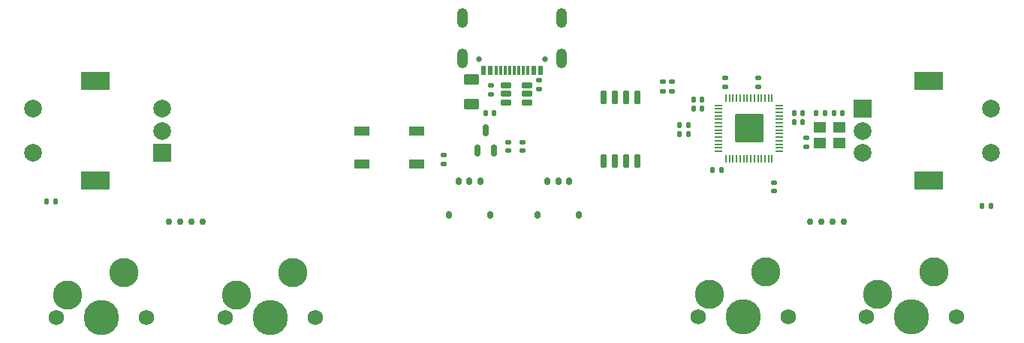
<source format=gts>
G04 #@! TF.GenerationSoftware,KiCad,Pcbnew,7.0.9*
G04 #@! TF.CreationDate,2023-12-24T20:12:45-08:00*
G04 #@! TF.ProjectId,4k-mania-keypad,346b2d6d-616e-4696-912d-6b6579706164,rev?*
G04 #@! TF.SameCoordinates,Original*
G04 #@! TF.FileFunction,Soldermask,Top*
G04 #@! TF.FilePolarity,Negative*
%FSLAX46Y46*%
G04 Gerber Fmt 4.6, Leading zero omitted, Abs format (unit mm)*
G04 Created by KiCad (PCBNEW 7.0.9) date 2023-12-24 20:12:45*
%MOMM*%
%LPD*%
G01*
G04 APERTURE LIST*
G04 Aperture macros list*
%AMRoundRect*
0 Rectangle with rounded corners*
0 $1 Rounding radius*
0 $2 $3 $4 $5 $6 $7 $8 $9 X,Y pos of 4 corners*
0 Add a 4 corners polygon primitive as box body*
4,1,4,$2,$3,$4,$5,$6,$7,$8,$9,$2,$3,0*
0 Add four circle primitives for the rounded corners*
1,1,$1+$1,$2,$3*
1,1,$1+$1,$4,$5*
1,1,$1+$1,$6,$7*
1,1,$1+$1,$8,$9*
0 Add four rect primitives between the rounded corners*
20,1,$1+$1,$2,$3,$4,$5,0*
20,1,$1+$1,$4,$5,$6,$7,0*
20,1,$1+$1,$6,$7,$8,$9,0*
20,1,$1+$1,$8,$9,$2,$3,0*%
G04 Aperture macros list end*
%ADD10RoundRect,0.135000X-0.185000X0.135000X-0.185000X-0.135000X0.185000X-0.135000X0.185000X0.135000X0*%
%ADD11RoundRect,0.150000X-0.150000X-0.275000X0.150000X-0.275000X0.150000X0.275000X-0.150000X0.275000X0*%
%ADD12RoundRect,0.175000X-0.175000X-0.225000X0.175000X-0.225000X0.175000X0.225000X-0.175000X0.225000X0*%
%ADD13RoundRect,0.135000X0.185000X-0.135000X0.185000X0.135000X-0.185000X0.135000X-0.185000X-0.135000X0*%
%ADD14RoundRect,0.140000X0.170000X-0.140000X0.170000X0.140000X-0.170000X0.140000X-0.170000X-0.140000X0*%
%ADD15RoundRect,0.140000X0.140000X0.170000X-0.140000X0.170000X-0.140000X-0.170000X0.140000X-0.170000X0*%
%ADD16R,2.000000X2.000000*%
%ADD17C,2.000000*%
%ADD18R,3.200000X2.000000*%
%ADD19C,0.750000*%
%ADD20RoundRect,0.140000X-0.170000X0.140000X-0.170000X-0.140000X0.170000X-0.140000X0.170000X0.140000X0*%
%ADD21RoundRect,0.140000X-0.140000X-0.170000X0.140000X-0.170000X0.140000X0.170000X-0.140000X0.170000X0*%
%ADD22RoundRect,0.050000X0.050000X-0.387500X0.050000X0.387500X-0.050000X0.387500X-0.050000X-0.387500X0*%
%ADD23RoundRect,0.050000X0.387500X-0.050000X0.387500X0.050000X-0.387500X0.050000X-0.387500X-0.050000X0*%
%ADD24RoundRect,0.144000X1.456000X-1.456000X1.456000X1.456000X-1.456000X1.456000X-1.456000X-1.456000X0*%
%ADD25RoundRect,0.150000X0.475000X0.150000X-0.475000X0.150000X-0.475000X-0.150000X0.475000X-0.150000X0*%
%ADD26RoundRect,0.147500X0.147500X0.172500X-0.147500X0.172500X-0.147500X-0.172500X0.147500X-0.172500X0*%
%ADD27RoundRect,0.150000X0.150000X-0.650000X0.150000X0.650000X-0.150000X0.650000X-0.150000X-0.650000X0*%
%ADD28R,1.800000X1.100000*%
%ADD29RoundRect,0.150000X0.150000X-0.512500X0.150000X0.512500X-0.150000X0.512500X-0.150000X-0.512500X0*%
%ADD30C,0.650000*%
%ADD31R,0.540000X1.100000*%
%ADD32R,0.300000X1.100000*%
%ADD33O,1.200000X2.250000*%
%ADD34RoundRect,0.135000X0.135000X0.185000X-0.135000X0.185000X-0.135000X-0.185000X0.135000X-0.185000X0*%
%ADD35RoundRect,0.147500X-0.147500X-0.172500X0.147500X-0.172500X0.147500X0.172500X-0.147500X0.172500X0*%
%ADD36RoundRect,0.250000X-0.625000X0.375000X-0.625000X-0.375000X0.625000X-0.375000X0.625000X0.375000X0*%
%ADD37R,1.400000X1.200000*%
%ADD38C,1.750000*%
%ADD39C,3.987800*%
%ADD40C,3.300000*%
G04 APERTURE END LIST*
D10*
X168010000Y-81490000D03*
X168010000Y-82510000D03*
D11*
X155000000Y-92725000D03*
X156200000Y-92725000D03*
X157400000Y-92725000D03*
D12*
X153850000Y-96500000D03*
X158550000Y-96500000D03*
D13*
X154076971Y-82288492D03*
X154076971Y-81268492D03*
D14*
X178724949Y-82012362D03*
X178724949Y-81052362D03*
X175000000Y-82000000D03*
X175000000Y-81040000D03*
D15*
X172430000Y-83500000D03*
X171470000Y-83500000D03*
D16*
X111500000Y-89500000D03*
D17*
X111500000Y-84500000D03*
X111500000Y-87000000D03*
D18*
X104000000Y-92600000D03*
X104000000Y-81400000D03*
D17*
X97000000Y-84500000D03*
X97000000Y-89500000D03*
D19*
X112275000Y-97250000D03*
X113545000Y-97250000D03*
X114815000Y-97250000D03*
X116085000Y-97250000D03*
D20*
X180503016Y-92887655D03*
X180503016Y-93847655D03*
D16*
X190500000Y-84500000D03*
D17*
X190500000Y-89500000D03*
X190500000Y-87000000D03*
D18*
X198000000Y-81400000D03*
X198000000Y-92600000D03*
D17*
X205000000Y-89500000D03*
X205000000Y-84500000D03*
D14*
X150598623Y-89273878D03*
X150598623Y-88313878D03*
X184194884Y-88787580D03*
X184194884Y-87827580D03*
D21*
X182820000Y-85000000D03*
X183780000Y-85000000D03*
D22*
X175125000Y-90162500D03*
X175525000Y-90162500D03*
X175925000Y-90162500D03*
X176325000Y-90162500D03*
X176725000Y-90162500D03*
X177125000Y-90162500D03*
X177525000Y-90162500D03*
X177925000Y-90162500D03*
X178325000Y-90162500D03*
X178725000Y-90162500D03*
X179125000Y-90162500D03*
X179525000Y-90162500D03*
X179925000Y-90162500D03*
X180325000Y-90162500D03*
D23*
X181162500Y-89325000D03*
X181162500Y-88925000D03*
X181162500Y-88525000D03*
X181162500Y-88125000D03*
X181162500Y-87725000D03*
X181162500Y-87325000D03*
X181162500Y-86925000D03*
X181162500Y-86525000D03*
X181162500Y-86125000D03*
X181162500Y-85725000D03*
X181162500Y-85325000D03*
X181162500Y-84925000D03*
X181162500Y-84525000D03*
X181162500Y-84125000D03*
D22*
X180325000Y-83287500D03*
X179925000Y-83287500D03*
X179525000Y-83287500D03*
X179125000Y-83287500D03*
X178725000Y-83287500D03*
X178325000Y-83287500D03*
X177925000Y-83287500D03*
X177525000Y-83287500D03*
X177125000Y-83287500D03*
X176725000Y-83287500D03*
X176325000Y-83287500D03*
X175925000Y-83287500D03*
X175525000Y-83287500D03*
X175125000Y-83287500D03*
D23*
X174287500Y-84125000D03*
X174287500Y-84525000D03*
X174287500Y-84925000D03*
X174287500Y-85325000D03*
X174287500Y-85725000D03*
X174287500Y-86125000D03*
X174287500Y-86525000D03*
X174287500Y-86925000D03*
X174287500Y-87325000D03*
X174287500Y-87725000D03*
X174287500Y-88125000D03*
X174287500Y-88525000D03*
X174287500Y-88925000D03*
X174287500Y-89325000D03*
D24*
X177725000Y-86725000D03*
D21*
X148032333Y-85002567D03*
X148992333Y-85002567D03*
D25*
X152670811Y-83790097D03*
X152670811Y-82840097D03*
X152670811Y-81890097D03*
X150320811Y-81890097D03*
X150320811Y-82840097D03*
X150320811Y-83790097D03*
D15*
X170851995Y-86355768D03*
X169891995Y-86355768D03*
D26*
X99485000Y-95000000D03*
X98515000Y-95000000D03*
D27*
X161298268Y-90441352D03*
X162568268Y-90441352D03*
X163838268Y-90441352D03*
X165108268Y-90441352D03*
X165108268Y-83241352D03*
X163838268Y-83241352D03*
X162568268Y-83241352D03*
X161298268Y-83241352D03*
D28*
X140260000Y-90750000D03*
X134060000Y-87050000D03*
X140260000Y-87050000D03*
X134060000Y-90750000D03*
D29*
X147060236Y-89262469D03*
X148960236Y-89262469D03*
X148010236Y-86987469D03*
D21*
X187320000Y-85000000D03*
X188280000Y-85000000D03*
D30*
X154740000Y-78940000D03*
X147240000Y-78940000D03*
D31*
X154190000Y-80140000D03*
X153440000Y-80140000D03*
D32*
X152240000Y-80140000D03*
X151240000Y-80140000D03*
X150740000Y-80140000D03*
X149740000Y-80140000D03*
D31*
X148540000Y-80140000D03*
X147790000Y-80140000D03*
X147790000Y-80140000D03*
X148540000Y-80140000D03*
D32*
X149240000Y-80140000D03*
X150240000Y-80140000D03*
X151740000Y-80140000D03*
X152740000Y-80140000D03*
D31*
X153440000Y-80140000D03*
X154190000Y-80140000D03*
D33*
X156585000Y-74260000D03*
X156565000Y-78860000D03*
X145435000Y-74260000D03*
X145415000Y-78860000D03*
D14*
X152144211Y-89276155D03*
X152144211Y-88316155D03*
D34*
X186310000Y-85000000D03*
X185290000Y-85000000D03*
D35*
X204015000Y-95500000D03*
X204985000Y-95500000D03*
D15*
X172430000Y-84500000D03*
X171470000Y-84500000D03*
X174591623Y-91458657D03*
X173631623Y-91458657D03*
D36*
X146448102Y-81170030D03*
X146448102Y-83970030D03*
D21*
X182840000Y-86000000D03*
X183800000Y-86000000D03*
D37*
X187900000Y-86650000D03*
X185700000Y-86650000D03*
X185700000Y-88350000D03*
X187900000Y-88350000D03*
D11*
X145000000Y-92725000D03*
X146200000Y-92725000D03*
X147400000Y-92725000D03*
D12*
X143850000Y-96500000D03*
X148550000Y-96500000D03*
D10*
X143287931Y-89751573D03*
X143287931Y-90771573D03*
D15*
X170851995Y-87355768D03*
X169891995Y-87355768D03*
D10*
X148642794Y-81840130D03*
X148642794Y-82860130D03*
D19*
X184595000Y-97250000D03*
X185865000Y-97250000D03*
X187135000Y-97250000D03*
X188405000Y-97250000D03*
D10*
X169000000Y-81490000D03*
X169000000Y-82510000D03*
D38*
X182160000Y-108000000D03*
D39*
X177080000Y-108000000D03*
D38*
X172000000Y-108000000D03*
D40*
X173270000Y-105460000D03*
X179620000Y-102920000D03*
D38*
X201080000Y-108000000D03*
D39*
X196000000Y-108000000D03*
D38*
X190920000Y-108000000D03*
D40*
X192190000Y-105460000D03*
X198540000Y-102920000D03*
D38*
X128790000Y-108080000D03*
D39*
X123710000Y-108080000D03*
D38*
X118630000Y-108080000D03*
D40*
X119900000Y-105540000D03*
X126250000Y-103000000D03*
D38*
X109790000Y-108080000D03*
D39*
X104710000Y-108080000D03*
D38*
X99630000Y-108080000D03*
D40*
X100900000Y-105540000D03*
X107250000Y-103000000D03*
M02*

</source>
